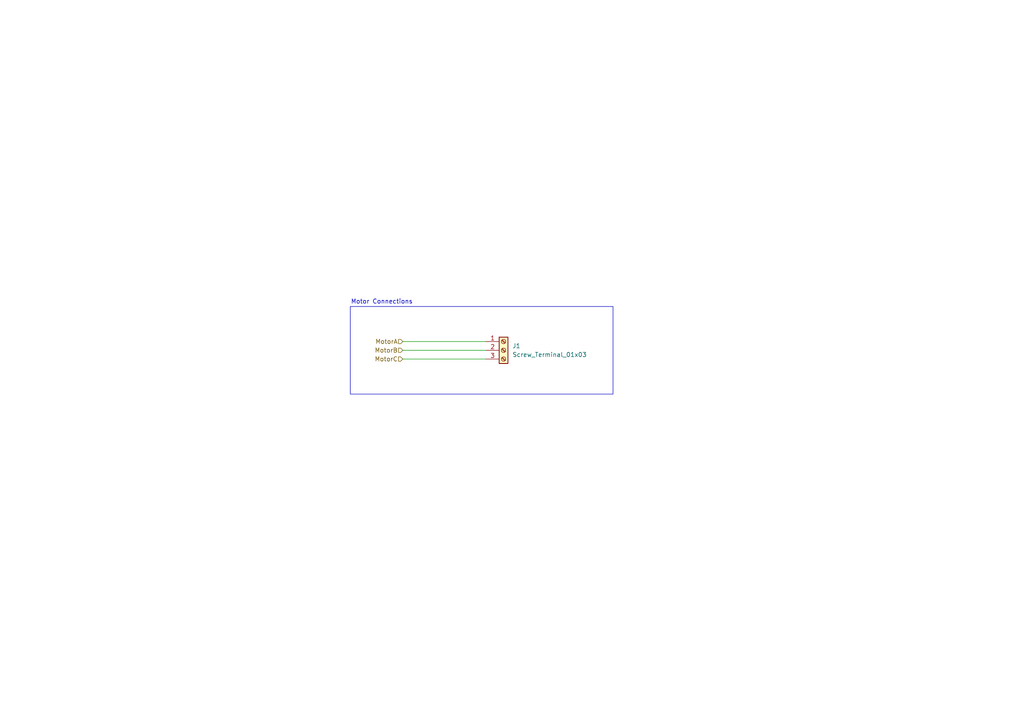
<source format=kicad_sch>
(kicad_sch
	(version 20250114)
	(generator "eeschema")
	(generator_version "9.0")
	(uuid "b7632d25-748b-4c27-ba66-6e47a70d0314")
	(paper "A4")
	(lib_symbols
		(symbol "HMS_SSymbols_Library:Screw_Terminal_01x03"
			(pin_names
				(offset 1.016)
				(hide yes)
			)
			(exclude_from_sim no)
			(in_bom yes)
			(on_board yes)
			(property "Reference" "J"
				(at 0 5.08 0)
				(effects
					(font
						(size 1.27 1.27)
					)
				)
			)
			(property "Value" "Screw_Terminal_01x03"
				(at 0 -5.08 0)
				(effects
					(font
						(size 1.27 1.27)
					)
				)
			)
			(property "Footprint" ""
				(at 0 0 0)
				(effects
					(font
						(size 1.27 1.27)
					)
					(hide yes)
				)
			)
			(property "Datasheet" "~"
				(at 0 0 0)
				(effects
					(font
						(size 1.27 1.27)
					)
					(hide yes)
				)
			)
			(property "Description" "Generic screw terminal, single row, 01x03, script generated (kicad-library-utils/schlib/autogen/connector/)"
				(at 0 0 0)
				(effects
					(font
						(size 1.27 1.27)
					)
					(hide yes)
				)
			)
			(property "ki_keywords" "screw terminal"
				(at 0 0 0)
				(effects
					(font
						(size 1.27 1.27)
					)
					(hide yes)
				)
			)
			(property "ki_fp_filters" "TerminalBlock*:*"
				(at 0 0 0)
				(effects
					(font
						(size 1.27 1.27)
					)
					(hide yes)
				)
			)
			(symbol "Screw_Terminal_01x03_1_1"
				(rectangle
					(start -1.27 3.81)
					(end 1.27 -3.81)
					(stroke
						(width 0.254)
						(type default)
					)
					(fill
						(type background)
					)
				)
				(polyline
					(pts
						(xy -0.5334 2.8702) (xy 0.3302 2.032)
					)
					(stroke
						(width 0.1524)
						(type default)
					)
					(fill
						(type none)
					)
				)
				(polyline
					(pts
						(xy -0.5334 0.3302) (xy 0.3302 -0.508)
					)
					(stroke
						(width 0.1524)
						(type default)
					)
					(fill
						(type none)
					)
				)
				(polyline
					(pts
						(xy -0.5334 -2.2098) (xy 0.3302 -3.048)
					)
					(stroke
						(width 0.1524)
						(type default)
					)
					(fill
						(type none)
					)
				)
				(polyline
					(pts
						(xy -0.3556 3.048) (xy 0.508 2.2098)
					)
					(stroke
						(width 0.1524)
						(type default)
					)
					(fill
						(type none)
					)
				)
				(polyline
					(pts
						(xy -0.3556 0.508) (xy 0.508 -0.3302)
					)
					(stroke
						(width 0.1524)
						(type default)
					)
					(fill
						(type none)
					)
				)
				(polyline
					(pts
						(xy -0.3556 -2.032) (xy 0.508 -2.8702)
					)
					(stroke
						(width 0.1524)
						(type default)
					)
					(fill
						(type none)
					)
				)
				(circle
					(center 0 2.54)
					(radius 0.635)
					(stroke
						(width 0.1524)
						(type default)
					)
					(fill
						(type none)
					)
				)
				(circle
					(center 0 0)
					(radius 0.635)
					(stroke
						(width 0.1524)
						(type default)
					)
					(fill
						(type none)
					)
				)
				(circle
					(center 0 -2.54)
					(radius 0.635)
					(stroke
						(width 0.1524)
						(type default)
					)
					(fill
						(type none)
					)
				)
				(pin passive line
					(at -5.08 2.54 0)
					(length 3.81)
					(name "Pin_1"
						(effects
							(font
								(size 1.27 1.27)
							)
						)
					)
					(number "1"
						(effects
							(font
								(size 1.27 1.27)
							)
						)
					)
				)
				(pin passive line
					(at -5.08 0 0)
					(length 3.81)
					(name "Pin_2"
						(effects
							(font
								(size 1.27 1.27)
							)
						)
					)
					(number "2"
						(effects
							(font
								(size 1.27 1.27)
							)
						)
					)
				)
				(pin passive line
					(at -5.08 -2.54 0)
					(length 3.81)
					(name "Pin_3"
						(effects
							(font
								(size 1.27 1.27)
							)
						)
					)
					(number "3"
						(effects
							(font
								(size 1.27 1.27)
							)
						)
					)
				)
			)
			(embedded_fonts no)
		)
	)
	(rectangle
		(start 101.6 88.9)
		(end 177.8 114.3)
		(stroke
			(width 0)
			(type default)
		)
		(fill
			(type none)
		)
		(uuid 2084f377-5882-461b-812d-3bbff4e46b69)
	)
	(text "Motor Connections"
		(exclude_from_sim no)
		(at 110.744 87.63 0)
		(effects
			(font
				(size 1.27 1.27)
			)
		)
		(uuid "a792fcbf-d022-4afa-bf6d-7b1483f6765d")
	)
	(wire
		(pts
			(xy 116.84 101.6) (xy 140.97 101.6)
		)
		(stroke
			(width 0)
			(type default)
		)
		(uuid "43aaca05-25df-4c1b-b8b1-5c28b6e5d24a")
	)
	(wire
		(pts
			(xy 116.84 99.06) (xy 140.97 99.06)
		)
		(stroke
			(width 0)
			(type default)
		)
		(uuid "91ae9cac-cacb-40d3-a703-62bbf2271556")
	)
	(wire
		(pts
			(xy 116.84 104.14) (xy 140.97 104.14)
		)
		(stroke
			(width 0)
			(type default)
		)
		(uuid "93e48e5f-042b-4b9d-bc5b-869775b5e516")
	)
	(hierarchical_label "MotorB"
		(shape input)
		(at 116.84 101.6 180)
		(effects
			(font
				(size 1.27 1.27)
			)
			(justify right)
		)
		(uuid "582c85f4-333d-4044-a185-8a463fd005ab")
	)
	(hierarchical_label "MotorA"
		(shape input)
		(at 116.84 99.06 180)
		(effects
			(font
				(size 1.27 1.27)
			)
			(justify right)
		)
		(uuid "cabec135-cc68-489b-af33-5de42d79a5cb")
	)
	(hierarchical_label "MotorC"
		(shape input)
		(at 116.84 104.14 180)
		(effects
			(font
				(size 1.27 1.27)
			)
			(justify right)
		)
		(uuid "d39f8ce1-cc51-44b9-9d02-377222b8b8f3")
	)
	(symbol
		(lib_id "HMS_SSymbols_Library:Screw_Terminal_01x03")
		(at 146.05 101.6 0)
		(unit 1)
		(exclude_from_sim no)
		(in_bom yes)
		(on_board yes)
		(dnp no)
		(fields_autoplaced yes)
		(uuid "ef91a6ac-d151-44ee-86c7-5c1b26497b48")
		(property "Reference" "J1"
			(at 148.59 100.3299 0)
			(effects
				(font
					(size 1.27 1.27)
				)
				(justify left)
			)
		)
		(property "Value" "Screw_Terminal_01x03"
			(at 148.59 102.8699 0)
			(effects
				(font
					(size 1.27 1.27)
				)
				(justify left)
			)
		)
		(property "Footprint" ""
			(at 146.05 101.6 0)
			(effects
				(font
					(size 1.27 1.27)
				)
				(hide yes)
			)
		)
		(property "Datasheet" "~"
			(at 146.05 101.6 0)
			(effects
				(font
					(size 1.27 1.27)
				)
				(hide yes)
			)
		)
		(property "Description" "Generic screw terminal, single row, 01x03, script generated (kicad-library-utils/schlib/autogen/connector/)"
			(at 146.05 101.6 0)
			(effects
				(font
					(size 1.27 1.27)
				)
				(hide yes)
			)
		)
		(pin "2"
			(uuid "157037fe-a576-4f62-adcc-994e022bee81")
		)
		(pin "1"
			(uuid "1c90e5a9-4bcf-4294-a101-5231a6022311")
		)
		(pin "3"
			(uuid "d475960e-76fd-43ca-9fc1-61fa6619597a")
		)
		(instances
			(project "HMS"
				(path "/f58d4a15-dad3-4b2d-a625-0883ffa8695e/d53b1db6-9bb6-4b21-8966-63268ff4b274"
					(reference "J1")
					(unit 1)
				)
			)
		)
	)
)

</source>
